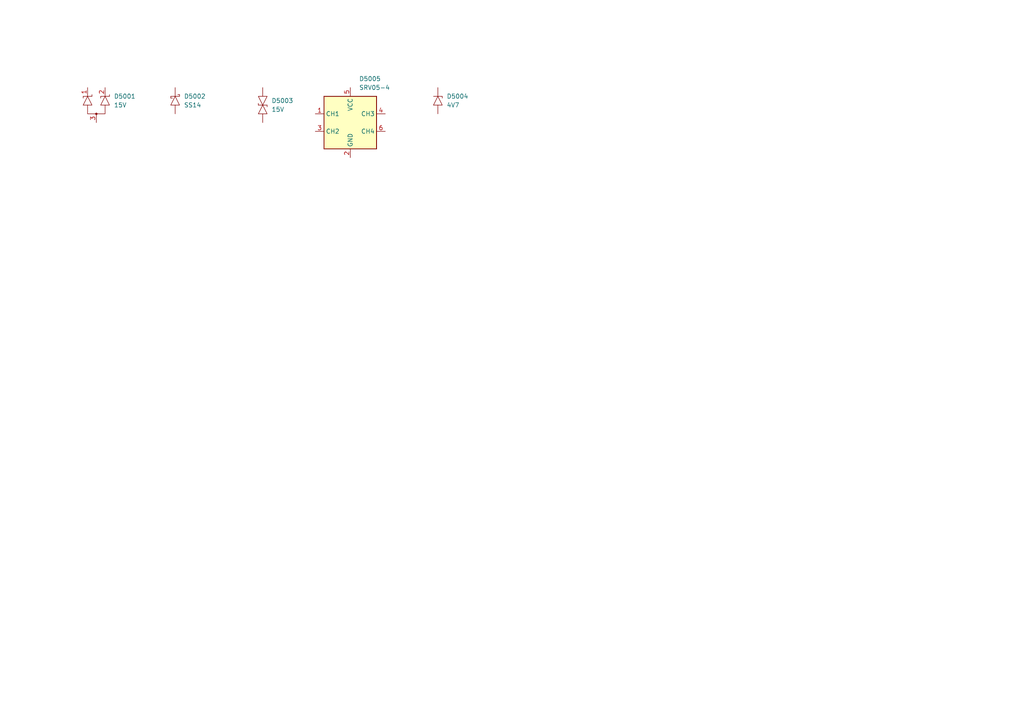
<source format=kicad_sch>
(kicad_sch
	(version 20231120)
	(generator "eeschema")
	(generator_version "8.0")
	(uuid "3806779b-ca21-405a-a154-62d06ea919f0")
	(paper "A4")
	(title_block
		(title "Lily KiCad Library test")
		(date "2024-07-03")
		(rev "1")
		(company "LilyTronics")
	)
	(lib_symbols
		(symbol "lily_symbols:dio_schottky_SS14_do214ac_sma"
			(pin_numbers hide)
			(pin_names hide)
			(exclude_from_sim no)
			(in_bom yes)
			(on_board yes)
			(property "Reference" "D"
				(at 2.54 -2.54 0)
				(effects
					(font
						(size 1.27 1.27)
					)
					(justify left)
				)
			)
			(property "Value" "SS14"
				(at 2.54 -5.08 0)
				(effects
					(font
						(size 1.27 1.27)
					)
					(justify left)
				)
			)
			(property "Footprint" "lily_footprints:dio_do214ac_sma"
				(at 0 -20.32 0)
				(effects
					(font
						(size 1.27 1.27)
					)
					(hide yes)
				)
			)
			(property "Datasheet" ""
				(at 0 -7.62 90)
				(effects
					(font
						(size 1.27 1.27)
					)
					(hide yes)
				)
			)
			(property "Description" ""
				(at 0 0 0)
				(effects
					(font
						(size 1.27 1.27)
					)
					(hide yes)
				)
			)
			(property "Revision" "1"
				(at 0 -15.24 0)
				(effects
					(font
						(size 1.27 1.27)
					)
					(hide yes)
				)
			)
			(property "Status" "Active"
				(at 0 -17.78 0)
				(effects
					(font
						(size 1.27 1.27)
					)
					(hide yes)
				)
			)
			(property "Manufacturer" "Microdiode Electronics"
				(at 0 -22.86 0)
				(effects
					(font
						(size 1.27 1.27)
					)
					(hide yes)
				)
			)
			(property "Manufacturer_ID" "SS14"
				(at 0 -25.4 0)
				(effects
					(font
						(size 1.27 1.27)
					)
					(hide yes)
				)
			)
			(property "Lily_ID" "1911-10002"
				(at 0 -27.94 0)
				(effects
					(font
						(size 1.27 1.27)
					)
					(hide yes)
				)
			)
			(property "JLCPCB_ID" "C2480"
				(at 0 -30.48 0)
				(effects
					(font
						(size 1.27 1.27)
					)
					(hide yes)
				)
			)
			(property "JLCPCB_STATUS" "Basic"
				(at 0 -33.02 0)
				(effects
					(font
						(size 1.27 1.27)
					)
					(hide yes)
				)
			)
			(symbol "dio_schottky_SS14_do214ac_sma_0_1"
				(polyline
					(pts
						(xy -1.27 -3.048) (xy -0.762 -3.048)
					)
					(stroke
						(width 0)
						(type default)
					)
					(fill
						(type none)
					)
				)
				(polyline
					(pts
						(xy -1.27 -2.54) (xy -1.27 -3.048)
					)
					(stroke
						(width 0)
						(type default)
					)
					(fill
						(type none)
					)
				)
				(polyline
					(pts
						(xy -1.27 -2.54) (xy 1.27 -2.54)
					)
					(stroke
						(width 0)
						(type default)
					)
					(fill
						(type none)
					)
				)
				(polyline
					(pts
						(xy 1.27 -2.54) (xy 1.27 -2.032)
					)
					(stroke
						(width 0)
						(type default)
					)
					(fill
						(type none)
					)
				)
				(polyline
					(pts
						(xy 1.27 -2.032) (xy 0.762 -2.032)
					)
					(stroke
						(width 0)
						(type default)
					)
					(fill
						(type none)
					)
				)
				(polyline
					(pts
						(xy -1.27 -5.08) (xy 1.27 -5.08) (xy 0 -2.54) (xy -1.27 -5.08)
					)
					(stroke
						(width 0)
						(type default)
					)
					(fill
						(type none)
					)
				)
			)
			(symbol "dio_schottky_SS14_do214ac_sma_1_1"
				(pin passive line
					(at 0 0 270)
					(length 2.54)
					(name ""
						(effects
							(font
								(size 1.27 1.27)
							)
						)
					)
					(number "1"
						(effects
							(font
								(size 1.27 1.27)
							)
						)
					)
				)
				(pin passive line
					(at 0 -7.62 90)
					(length 2.54)
					(name ""
						(effects
							(font
								(size 1.27 1.27)
							)
						)
					)
					(number "2"
						(effects
							(font
								(size 1.27 1.27)
							)
						)
					)
				)
			)
		)
		(symbol "lily_symbols:dio_tvs_bidi_15V_smb"
			(pin_numbers hide)
			(pin_names hide)
			(exclude_from_sim no)
			(in_bom yes)
			(on_board yes)
			(property "Reference" "D"
				(at 2.54 -3.81 0)
				(effects
					(font
						(size 1.27 1.27)
					)
					(justify left)
				)
			)
			(property "Value" "15V"
				(at 2.54 -6.35 0)
				(effects
					(font
						(size 1.27 1.27)
					)
					(justify left)
				)
			)
			(property "Footprint" "lily_footprints:dio_do214aa_smb"
				(at 0 -22.86 0)
				(effects
					(font
						(size 1.27 1.27)
					)
					(hide yes)
				)
			)
			(property "Datasheet" ""
				(at 0 -10.16 90)
				(effects
					(font
						(size 1.27 1.27)
					)
					(hide yes)
				)
			)
			(property "Description" ""
				(at 0 0 0)
				(effects
					(font
						(size 1.27 1.27)
					)
					(hide yes)
				)
			)
			(property "Revision" "1"
				(at 0 -17.78 0)
				(effects
					(font
						(size 1.27 1.27)
					)
					(hide yes)
				)
			)
			(property "Status" "Active"
				(at 0 -20.32 0)
				(effects
					(font
						(size 1.27 1.27)
					)
					(hide yes)
				)
			)
			(property "Manufacturer" "Hongjiacheng"
				(at 0 -25.4 0)
				(effects
					(font
						(size 1.27 1.27)
					)
					(hide yes)
				)
			)
			(property "Manufacturer_ID" "SMBJ15CA"
				(at 0 -27.94 0)
				(effects
					(font
						(size 1.27 1.27)
					)
					(hide yes)
				)
			)
			(property "Lily_ID" "1911-10004"
				(at 0 -30.48 0)
				(effects
					(font
						(size 1.27 1.27)
					)
					(hide yes)
				)
			)
			(property "JLCPCB_ID" "C19077570"
				(at 0 -33.02 0)
				(effects
					(font
						(size 1.27 1.27)
					)
					(hide yes)
				)
			)
			(property "JLCPCB_STATUS" "Extended preferred"
				(at 0 -35.56 0)
				(effects
					(font
						(size 1.27 1.27)
					)
					(hide yes)
				)
			)
			(symbol "dio_tvs_bidi_15V_smb_0_1"
				(polyline
					(pts
						(xy -1.27 -5.08) (xy 1.27 -5.08)
					)
					(stroke
						(width 0)
						(type default)
					)
					(fill
						(type none)
					)
				)
				(polyline
					(pts
						(xy -1.27 -5.08) (xy -1.27 -4.572) (xy -1.27 -5.08)
					)
					(stroke
						(width 0)
						(type default)
					)
					(fill
						(type none)
					)
				)
				(polyline
					(pts
						(xy 1.27 -5.08) (xy 1.27 -5.588) (xy 1.27 -5.08)
					)
					(stroke
						(width 0)
						(type default)
					)
					(fill
						(type none)
					)
				)
				(polyline
					(pts
						(xy -1.27 -7.62) (xy 1.27 -7.62) (xy 0 -5.08) (xy -1.27 -7.62)
					)
					(stroke
						(width 0)
						(type default)
					)
					(fill
						(type none)
					)
				)
				(polyline
					(pts
						(xy 1.27 -2.54) (xy -1.27 -2.54) (xy 0 -5.08) (xy 1.27 -2.54)
					)
					(stroke
						(width 0)
						(type default)
					)
					(fill
						(type none)
					)
				)
			)
			(symbol "dio_tvs_bidi_15V_smb_1_1"
				(pin passive line
					(at 0 0 270)
					(length 2.54)
					(name ""
						(effects
							(font
								(size 1.27 1.27)
							)
						)
					)
					(number "1"
						(effects
							(font
								(size 1.27 1.27)
							)
						)
					)
				)
				(pin passive line
					(at 0 -10.16 90)
					(length 2.54)
					(name ""
						(effects
							(font
								(size 1.27 1.27)
							)
						)
					)
					(number "2"
						(effects
							(font
								(size 1.27 1.27)
							)
						)
					)
				)
			)
		)
		(symbol "lily_symbols:dio_tvs_uni_2_channel_15V_sot23"
			(pin_names hide)
			(exclude_from_sim no)
			(in_bom yes)
			(on_board yes)
			(property "Reference" "D"
				(at 7.62 -2.54 0)
				(effects
					(font
						(size 1.27 1.27)
					)
					(justify left)
				)
			)
			(property "Value" "15V"
				(at 7.62 -5.08 0)
				(effects
					(font
						(size 1.27 1.27)
					)
					(justify left)
				)
			)
			(property "Footprint" "lily_footprints:sot23"
				(at 2.54 -22.86 0)
				(effects
					(font
						(size 1.27 1.27)
					)
					(hide yes)
				)
			)
			(property "Datasheet" ""
				(at 0 -7.62 90)
				(effects
					(font
						(size 1.27 1.27)
					)
					(hide yes)
				)
			)
			(property "Description" ""
				(at 0 0 0)
				(effects
					(font
						(size 1.27 1.27)
					)
					(hide yes)
				)
			)
			(property "Revision" "1"
				(at 2.54 -17.78 0)
				(effects
					(font
						(size 1.27 1.27)
					)
					(hide yes)
				)
			)
			(property "Status" "Active"
				(at 2.54 -20.32 0)
				(effects
					(font
						(size 1.27 1.27)
					)
					(hide yes)
				)
			)
			(property "Manufacturer" "ElecSuper"
				(at 2.54 -25.4 0)
				(effects
					(font
						(size 1.27 1.27)
					)
					(hide yes)
				)
			)
			(property "Manufacturer_ID" "PSOT12C-ES "
				(at 2.54 -27.94 0)
				(effects
					(font
						(size 1.27 1.27)
					)
					(hide yes)
				)
			)
			(property "Lily_ID" "1911-10003"
				(at 2.54 -30.48 0)
				(effects
					(font
						(size 1.27 1.27)
					)
					(hide yes)
				)
			)
			(property "JLCPCB_ID" "C5180271"
				(at 2.54 -33.02 0)
				(effects
					(font
						(size 1.27 1.27)
					)
					(hide yes)
				)
			)
			(property "JLCPCB_STATUS" "Extended"
				(at 2.54 -35.56 0)
				(effects
					(font
						(size 1.27 1.27)
					)
					(hide yes)
				)
			)
			(symbol "dio_tvs_uni_2_channel_15V_sot23_0_1"
				(polyline
					(pts
						(xy -1.27 -2.54) (xy -1.27 -3.048)
					)
					(stroke
						(width 0)
						(type default)
					)
					(fill
						(type none)
					)
				)
				(polyline
					(pts
						(xy -1.27 -2.54) (xy 1.27 -2.54)
					)
					(stroke
						(width 0)
						(type default)
					)
					(fill
						(type none)
					)
				)
				(polyline
					(pts
						(xy 1.27 -2.54) (xy 1.27 -2.032)
					)
					(stroke
						(width 0)
						(type default)
					)
					(fill
						(type none)
					)
				)
				(polyline
					(pts
						(xy 3.81 -2.54) (xy 3.81 -3.048)
					)
					(stroke
						(width 0)
						(type default)
					)
					(fill
						(type none)
					)
				)
				(polyline
					(pts
						(xy 3.81 -2.54) (xy 6.35 -2.54)
					)
					(stroke
						(width 0)
						(type default)
					)
					(fill
						(type none)
					)
				)
				(polyline
					(pts
						(xy 6.35 -2.54) (xy 6.35 -2.032)
					)
					(stroke
						(width 0)
						(type default)
					)
					(fill
						(type none)
					)
				)
				(polyline
					(pts
						(xy -1.27 -5.08) (xy 1.27 -5.08) (xy 0 -2.54) (xy -1.27 -5.08)
					)
					(stroke
						(width 0)
						(type default)
					)
					(fill
						(type none)
					)
				)
				(polyline
					(pts
						(xy 0 -5.08) (xy 0 -7.62) (xy 5.08 -7.62) (xy 5.08 -5.08)
					)
					(stroke
						(width 0)
						(type default)
					)
					(fill
						(type none)
					)
				)
				(polyline
					(pts
						(xy 3.81 -5.08) (xy 6.35 -5.08) (xy 5.08 -2.54) (xy 3.81 -5.08)
					)
					(stroke
						(width 0)
						(type default)
					)
					(fill
						(type none)
					)
				)
			)
			(symbol "dio_tvs_uni_2_channel_15V_sot23_1_1"
				(circle
					(center 2.54 -7.62)
					(radius 0.254)
					(stroke
						(width 0)
						(type default)
					)
					(fill
						(type outline)
					)
				)
				(pin passive line
					(at 0 0 270)
					(length 2.54)
					(name ""
						(effects
							(font
								(size 1.27 1.27)
							)
						)
					)
					(number "1"
						(effects
							(font
								(size 1.27 1.27)
							)
						)
					)
				)
				(pin passive line
					(at 5.08 0 270)
					(length 2.54)
					(name ""
						(effects
							(font
								(size 1.27 1.27)
							)
						)
					)
					(number "2"
						(effects
							(font
								(size 1.27 1.27)
							)
						)
					)
				)
				(pin passive line
					(at 2.54 -10.16 90)
					(length 2.54)
					(name ""
						(effects
							(font
								(size 1.27 1.27)
							)
						)
					)
					(number "3"
						(effects
							(font
								(size 1.27 1.27)
							)
						)
					)
				)
			)
		)
		(symbol "lily_symbols:dio_tvs_uni_4_channel_5V_SRV05-4_sot23-6"
			(exclude_from_sim no)
			(in_bom yes)
			(on_board yes)
			(property "Reference" "D"
				(at 12.7 10.16 0)
				(effects
					(font
						(size 1.27 1.27)
					)
					(justify left)
				)
			)
			(property "Value" "SRV05-4"
				(at 12.7 7.62 0)
				(effects
					(font
						(size 1.27 1.27)
					)
					(justify left)
				)
			)
			(property "Footprint" "lily_footprints:sot23-6_sc74"
				(at 10.16 -30.48 0)
				(effects
					(font
						(size 1.27 1.27)
					)
					(hide yes)
				)
			)
			(property "Datasheet" ""
				(at -15.24 15.24 0)
				(effects
					(font
						(size 1.27 1.27)
					)
					(hide yes)
				)
			)
			(property "Description" ""
				(at 0 0 0)
				(effects
					(font
						(size 1.27 1.27)
					)
					(hide yes)
				)
			)
			(property "Revision" "1"
				(at 10.16 -25.4 0)
				(effects
					(font
						(size 1.27 1.27)
					)
					(hide yes)
				)
			)
			(property "Status" "Active"
				(at 10.16 -27.94 0)
				(effects
					(font
						(size 1.27 1.27)
					)
					(hide yes)
				)
			)
			(property "Manufacturer" "ProTek Devices"
				(at 10.16 -33.02 0)
				(effects
					(font
						(size 1.27 1.27)
					)
					(hide yes)
				)
			)
			(property "Manufacturer_ID" "SRV05-4-P-T7"
				(at 10.16 -35.56 0)
				(effects
					(font
						(size 1.27 1.27)
					)
					(hide yes)
				)
			)
			(property "Lily_ID" "1911-10006"
				(at 10.16 -38.1 0)
				(effects
					(font
						(size 1.27 1.27)
					)
					(hide yes)
				)
			)
			(property "JLCPCB_ID" "C85364"
				(at 10.16 -40.64 0)
				(effects
					(font
						(size 1.27 1.27)
					)
					(hide yes)
				)
			)
			(property "JLCPCB_STATUS" "Extended Preferred"
				(at 10.16 -43.18 0)
				(effects
					(font
						(size 1.27 1.27)
					)
					(hide yes)
				)
			)
			(symbol "dio_tvs_uni_4_channel_5V_SRV05-4_sot23-6_0_1"
				(rectangle
					(start 2.54 5.08)
					(end 17.78 -10.16)
					(stroke
						(width 0.254)
						(type default)
					)
					(fill
						(type background)
					)
				)
			)
			(symbol "dio_tvs_uni_4_channel_5V_SRV05-4_sot23-6_1_1"
				(pin passive line
					(at 0 0 0)
					(length 2.54)
					(name "CH1"
						(effects
							(font
								(size 1.27 1.27)
							)
						)
					)
					(number "1"
						(effects
							(font
								(size 1.27 1.27)
							)
						)
					)
				)
				(pin power_in line
					(at 10.16 -12.7 90)
					(length 2.54)
					(name "GND"
						(effects
							(font
								(size 1.27 1.27)
							)
						)
					)
					(number "2"
						(effects
							(font
								(size 1.27 1.27)
							)
						)
					)
				)
				(pin passive line
					(at 0 -5.08 0)
					(length 2.54)
					(name "CH2"
						(effects
							(font
								(size 1.27 1.27)
							)
						)
					)
					(number "3"
						(effects
							(font
								(size 1.27 1.27)
							)
						)
					)
				)
				(pin passive line
					(at 20.32 0 180)
					(length 2.54)
					(name "CH3"
						(effects
							(font
								(size 1.27 1.27)
							)
						)
					)
					(number "4"
						(effects
							(font
								(size 1.27 1.27)
							)
						)
					)
				)
				(pin power_in line
					(at 10.16 7.62 270)
					(length 2.54)
					(name "VCC"
						(effects
							(font
								(size 1.27 1.27)
							)
						)
					)
					(number "5"
						(effects
							(font
								(size 1.27 1.27)
							)
						)
					)
				)
				(pin passive line
					(at 20.32 -5.08 180)
					(length 2.54)
					(name "CH4"
						(effects
							(font
								(size 1.27 1.27)
							)
						)
					)
					(number "6"
						(effects
							(font
								(size 1.27 1.27)
							)
						)
					)
				)
			)
		)
		(symbol "lily_symbols:dio_zener_4V7_200mW_SOD323"
			(pin_numbers hide)
			(pin_names hide)
			(exclude_from_sim no)
			(in_bom yes)
			(on_board yes)
			(property "Reference" "D"
				(at 2.54 -2.54 0)
				(effects
					(font
						(size 1.27 1.27)
					)
					(justify left)
				)
			)
			(property "Value" "4V7"
				(at 2.54 -5.08 0)
				(effects
					(font
						(size 1.27 1.27)
					)
					(justify left)
				)
			)
			(property "Footprint" "lily_footprints:dio_sod323"
				(at 0 -20.32 0)
				(effects
					(font
						(size 1.27 1.27)
					)
					(hide yes)
				)
			)
			(property "Datasheet" ""
				(at 0 -7.62 90)
				(effects
					(font
						(size 1.27 1.27)
					)
					(hide yes)
				)
			)
			(property "Description" ""
				(at 0 0 0)
				(effects
					(font
						(size 1.27 1.27)
					)
					(hide yes)
				)
			)
			(property "Revision" "1"
				(at 0 -15.24 0)
				(effects
					(font
						(size 1.27 1.27)
					)
					(hide yes)
				)
			)
			(property "Status" "Active"
				(at 0 -17.78 0)
				(effects
					(font
						(size 1.27 1.27)
					)
					(hide yes)
				)
			)
			(property "Manufacturer" "Guangdong Hottech"
				(at 0 -22.86 0)
				(effects
					(font
						(size 1.27 1.27)
					)
					(hide yes)
				)
			)
			(property "Manufacturer_ID" "BZT52C4V7S"
				(at 0 -25.4 0)
				(effects
					(font
						(size 1.27 1.27)
					)
					(hide yes)
				)
			)
			(property "Lily_ID" "1911-10005"
				(at 0.635 -27.94 0)
				(effects
					(font
						(size 1.27 1.27)
					)
					(hide yes)
				)
			)
			(property "JLCPCB_ID" "C5190168"
				(at 0 -30.48 0)
				(effects
					(font
						(size 1.27 1.27)
					)
					(hide yes)
				)
			)
			(property "JLCPCB_STATUS" "Extended"
				(at 0 -33.02 0)
				(effects
					(font
						(size 1.27 1.27)
					)
					(hide yes)
				)
			)
			(symbol "dio_zener_4V7_200mW_SOD323_0_1"
				(polyline
					(pts
						(xy -1.27 -2.54) (xy 1.27 -2.54)
					)
					(stroke
						(width 0)
						(type default)
					)
					(fill
						(type none)
					)
				)
				(polyline
					(pts
						(xy 1.27 -2.54) (xy 1.27 -3.048) (xy 1.27 -2.54)
					)
					(stroke
						(width 0)
						(type default)
					)
					(fill
						(type none)
					)
				)
				(polyline
					(pts
						(xy -1.27 -5.08) (xy 1.27 -5.08) (xy 0 -2.54) (xy -1.27 -5.08)
					)
					(stroke
						(width 0)
						(type default)
					)
					(fill
						(type none)
					)
				)
			)
			(symbol "dio_zener_4V7_200mW_SOD323_1_1"
				(pin passive line
					(at 0 0 270)
					(length 2.54)
					(name ""
						(effects
							(font
								(size 1.27 1.27)
							)
						)
					)
					(number "1"
						(effects
							(font
								(size 1.27 1.27)
							)
						)
					)
				)
				(pin passive line
					(at 0 -7.62 90)
					(length 2.54)
					(name ""
						(effects
							(font
								(size 1.27 1.27)
							)
						)
					)
					(number "2"
						(effects
							(font
								(size 1.27 1.27)
							)
						)
					)
				)
			)
		)
	)
	(symbol
		(lib_id "lily_symbols:dio_tvs_uni_4_channel_5V_SRV05-4_sot23-6")
		(at 91.44 33.02 0)
		(unit 1)
		(exclude_from_sim no)
		(in_bom yes)
		(on_board yes)
		(dnp no)
		(uuid "1a996b90-be19-45a3-a095-ead1a4c490e9")
		(property "Reference" "D5005"
			(at 104.14 22.86 0)
			(effects
				(font
					(size 1.27 1.27)
				)
				(justify left)
			)
		)
		(property "Value" "SRV05-4"
			(at 104.14 25.4 0)
			(effects
				(font
					(size 1.27 1.27)
				)
				(justify left)
			)
		)
		(property "Footprint" "lily_footprints:sot23-6_sc74"
			(at 101.6 63.5 0)
			(effects
				(font
					(size 1.27 1.27)
				)
				(hide yes)
			)
		)
		(property "Datasheet" ""
			(at 76.2 17.78 0)
			(effects
				(font
					(size 1.27 1.27)
				)
				(hide yes)
			)
		)
		(property "Description" ""
			(at 91.44 33.02 0)
			(effects
				(font
					(size 1.27 1.27)
				)
				(hide yes)
			)
		)
		(property "Revision" "1"
			(at 101.6 58.42 0)
			(effects
				(font
					(size 1.27 1.27)
				)
				(hide yes)
			)
		)
		(property "Status" "Active"
			(at 101.6 60.96 0)
			(effects
				(font
					(size 1.27 1.27)
				)
				(hide yes)
			)
		)
		(property "Manufacturer" "ProTek Devices"
			(at 101.6 66.04 0)
			(effects
				(font
					(size 1.27 1.27)
				)
				(hide yes)
			)
		)
		(property "Manufacturer_ID" "SRV05-4-P-T7"
			(at 101.6 68.58 0)
			(effects
				(font
					(size 1.27 1.27)
				)
				(hide yes)
			)
		)
		(property "Lily_ID" "1911-10006"
			(at 101.6 71.12 0)
			(effects
				(font
					(size 1.27 1.27)
				)
				(hide yes)
			)
		)
		(property "JLCPCB_ID" "C85364"
			(at 101.6 73.66 0)
			(effects
				(font
					(size 1.27 1.27)
				)
				(hide yes)
			)
		)
		(property "JLCPCB_STATUS" "Extended Preferred"
			(at 101.6 76.2 0)
			(effects
				(font
					(size 1.27 1.27)
				)
				(hide yes)
			)
		)
		(pin "4"
			(uuid "8069d2e0-1848-46d1-a909-f5cfdc710d1c")
		)
		(pin "1"
			(uuid "d2270a3b-9ff5-4d8f-bfa5-bbfd9623645e")
		)
		(pin "5"
			(uuid "13c451ee-c881-4269-8bfb-d32d62a786a1")
		)
		(pin "6"
			(uuid "eb3702ac-5f31-46e3-9f6d-4042e405d46a")
		)
		(pin "2"
			(uuid "8ace927e-da5a-4664-aa54-d80588ea4a0d")
		)
		(pin "3"
			(uuid "a6692902-5e23-4ab5-a8cb-f6bb66a01110")
		)
		(instances
			(project "kicad_lib_test"
				(path "/032b8f2d-5c08-4381-9e3a-c197ca84e3c5/f8e61c5d-b401-4177-96aa-be2ecb8375a7"
					(reference "D5005")
					(unit 1)
				)
			)
		)
	)
	(symbol
		(lib_id "lily_symbols:dio_zener_4V7_200mW_SOD323")
		(at 127 25.4 0)
		(unit 1)
		(exclude_from_sim no)
		(in_bom yes)
		(on_board yes)
		(dnp no)
		(uuid "692a9f8b-a194-4e83-bee8-2feab6d9cd91")
		(property "Reference" "D5004"
			(at 129.54 27.94 0)
			(effects
				(font
					(size 1.27 1.27)
				)
				(justify left)
			)
		)
		(property "Value" "4V7"
			(at 129.54 30.48 0)
			(effects
				(font
					(size 1.27 1.27)
				)
				(justify left)
			)
		)
		(property "Footprint" "lily_footprints:dio_sod323"
			(at 127 45.72 0)
			(effects
				(font
					(size 1.27 1.27)
				)
				(hide yes)
			)
		)
		(property "Datasheet" ""
			(at 127 33.02 90)
			(effects
				(font
					(size 1.27 1.27)
				)
				(hide yes)
			)
		)
		(property "Description" ""
			(at 127 25.4 0)
			(effects
				(font
					(size 1.27 1.27)
				)
				(hide yes)
			)
		)
		(property "Revision" "1"
			(at 127 40.64 0)
			(effects
				(font
					(size 1.27 1.27)
				)
				(hide yes)
			)
		)
		(property "Status" "Active"
			(at 127 43.18 0)
			(effects
				(font
					(size 1.27 1.27)
				)
				(hide yes)
			)
		)
		(property "Manufacturer" "Guangdong Hottech"
			(at 127 48.26 0)
			(effects
				(font
					(size 1.27 1.27)
				)
				(hide yes)
			)
		)
		(property "Manufacturer_ID" "BZT52C4V7S"
			(at 127 50.8 0)
			(effects
				(font
					(size 1.27 1.27)
				)
				(hide yes)
			)
		)
		(property "Lily_ID" "1911-10005"
			(at 127.635 53.34 0)
			(effects
				(font
					(size 1.27 1.27)
				)
				(hide yes)
			)
		)
		(property "JLCPCB_ID" "C5190168"
			(at 127 55.88 0)
			(effects
				(font
					(size 1.27 1.27)
				)
				(hide yes)
			)
		)
		(property "JLCPCB_STATUS" "Extended"
			(at 127 58.42 0)
			(effects
				(font
					(size 1.27 1.27)
				)
				(hide yes)
			)
		)
		(pin "1"
			(uuid "8064b537-2e8e-4e01-97b5-09a7e8fc2304")
		)
		(pin "2"
			(uuid "51d89018-d4d4-437e-9e8e-487a4fc9dcde")
		)
		(instances
			(project "kicad_lib_test"
				(path "/032b8f2d-5c08-4381-9e3a-c197ca84e3c5/f8e61c5d-b401-4177-96aa-be2ecb8375a7"
					(reference "D5004")
					(unit 1)
				)
			)
		)
	)
	(symbol
		(lib_id "lily_symbols:dio_schottky_SS14_do214ac_sma")
		(at 50.8 25.4 0)
		(unit 1)
		(exclude_from_sim no)
		(in_bom yes)
		(on_board yes)
		(dnp no)
		(uuid "9b8fc85a-44e5-4323-a716-0dffb0780730")
		(property "Reference" "D5002"
			(at 53.34 27.94 0)
			(effects
				(font
					(size 1.27 1.27)
				)
				(justify left)
			)
		)
		(property "Value" "SS14"
			(at 53.34 30.48 0)
			(effects
				(font
					(size 1.27 1.27)
				)
				(justify left)
			)
		)
		(property "Footprint" "lily_footprints:dio_do214ac_sma"
			(at 50.8 45.72 0)
			(effects
				(font
					(size 1.27 1.27)
				)
				(hide yes)
			)
		)
		(property "Datasheet" ""
			(at 50.8 33.02 90)
			(effects
				(font
					(size 1.27 1.27)
				)
				(hide yes)
			)
		)
		(property "Description" ""
			(at 50.8 25.4 0)
			(effects
				(font
					(size 1.27 1.27)
				)
				(hide yes)
			)
		)
		(property "Revision" "1"
			(at 50.8 40.64 0)
			(effects
				(font
					(size 1.27 1.27)
				)
				(hide yes)
			)
		)
		(property "Status" "Active"
			(at 50.8 43.18 0)
			(effects
				(font
					(size 1.27 1.27)
				)
				(hide yes)
			)
		)
		(property "Manufacturer" "Microdiode Electronics"
			(at 50.8 48.26 0)
			(effects
				(font
					(size 1.27 1.27)
				)
				(hide yes)
			)
		)
		(property "Manufacturer_ID" "SS14"
			(at 50.8 50.8 0)
			(effects
				(font
					(size 1.27 1.27)
				)
				(hide yes)
			)
		)
		(property "Lily_ID" "1911-10002"
			(at 50.8 53.34 0)
			(effects
				(font
					(size 1.27 1.27)
				)
				(hide yes)
			)
		)
		(property "JLCPCB_ID" "C2480"
			(at 50.8 55.88 0)
			(effects
				(font
					(size 1.27 1.27)
				)
				(hide yes)
			)
		)
		(property "JLCPCB_STATUS" "Basic"
			(at 50.8 58.42 0)
			(effects
				(font
					(size 1.27 1.27)
				)
				(hide yes)
			)
		)
		(pin "2"
			(uuid "e1b50102-6a41-4fb0-89ef-2d1bfe5aaf0c")
		)
		(pin "1"
			(uuid "83d714ca-4fb0-4afc-a3ca-2ad271b762ca")
		)
		(instances
			(project "kicad_lib_test"
				(path "/032b8f2d-5c08-4381-9e3a-c197ca84e3c5/f8e61c5d-b401-4177-96aa-be2ecb8375a7"
					(reference "D5002")
					(unit 1)
				)
			)
		)
	)
	(symbol
		(lib_id "lily_symbols:dio_tvs_uni_2_channel_15V_sot23")
		(at 25.4 25.4 0)
		(unit 1)
		(exclude_from_sim no)
		(in_bom yes)
		(on_board yes)
		(dnp no)
		(uuid "a4e2f523-26a9-4d2c-a21e-2835609ff522")
		(property "Reference" "D5001"
			(at 33.02 27.94 0)
			(effects
				(font
					(size 1.27 1.27)
				)
				(justify left)
			)
		)
		(property "Value" "15V"
			(at 33.02 30.48 0)
			(effects
				(font
					(size 1.27 1.27)
				)
				(justify left)
			)
		)
		(property "Footprint" "lily_footprints:sot23"
			(at 27.94 48.26 0)
			(effects
				(font
					(size 1.27 1.27)
				)
				(hide yes)
			)
		)
		(property "Datasheet" ""
			(at 25.4 33.02 90)
			(effects
				(font
					(size 1.27 1.27)
				)
				(hide yes)
			)
		)
		(property "Description" ""
			(at 25.4 25.4 0)
			(effects
				(font
					(size 1.27 1.27)
				)
				(hide yes)
			)
		)
		(property "Revision" "1"
			(at 27.94 43.18 0)
			(effects
				(font
					(size 1.27 1.27)
				)
				(hide yes)
			)
		)
		(property "Status" "Active"
			(at 27.94 45.72 0)
			(effects
				(font
					(size 1.27 1.27)
				)
				(hide yes)
			)
		)
		(property "Manufacturer" "ElecSuper"
			(at 27.94 50.8 0)
			(effects
				(font
					(size 1.27 1.27)
				)
				(hide yes)
			)
		)
		(property "Manufacturer_ID" "PSOT12C-ES "
			(at 27.94 53.34 0)
			(effects
				(font
					(size 1.27 1.27)
				)
				(hide yes)
			)
		)
		(property "Lily_ID" "1911-10003"
			(at 27.94 55.88 0)
			(effects
				(font
					(size 1.27 1.27)
				)
				(hide yes)
			)
		)
		(property "JLCPCB_ID" "C5180271"
			(at 27.94 58.42 0)
			(effects
				(font
					(size 1.27 1.27)
				)
				(hide yes)
			)
		)
		(property "JLCPCB_STATUS" "Extended"
			(at 27.94 60.96 0)
			(effects
				(font
					(size 1.27 1.27)
				)
				(hide yes)
			)
		)
		(pin "3"
			(uuid "ba51426b-990d-438a-b7bb-ed9815e37181")
		)
		(pin "2"
			(uuid "2119f21a-5981-44f0-ad9d-4c1e2a4b22fc")
		)
		(pin "1"
			(uuid "a1de27ab-5e7a-4cb1-a82f-bda772a4ee73")
		)
		(instances
			(project "kicad_lib_test"
				(path "/032b8f2d-5c08-4381-9e3a-c197ca84e3c5/f8e61c5d-b401-4177-96aa-be2ecb8375a7"
					(reference "D5001")
					(unit 1)
				)
			)
		)
	)
	(symbol
		(lib_id "lily_symbols:dio_tvs_bidi_15V_smb")
		(at 76.2 25.4 0)
		(unit 1)
		(exclude_from_sim no)
		(in_bom yes)
		(on_board yes)
		(dnp no)
		(uuid "be69e5af-1510-4ff3-9910-36e426c5bbcb")
		(property "Reference" "D5003"
			(at 78.74 29.21 0)
			(effects
				(font
					(size 1.27 1.27)
				)
				(justify left)
			)
		)
		(property "Value" "15V"
			(at 78.74 31.75 0)
			(effects
				(font
					(size 1.27 1.27)
				)
				(justify left)
			)
		)
		(property "Footprint" "lily_footprints:dio_do214aa_smb"
			(at 76.2 48.26 0)
			(effects
				(font
					(size 1.27 1.27)
				)
				(hide yes)
			)
		)
		(property "Datasheet" ""
			(at 76.2 35.56 90)
			(effects
				(font
					(size 1.27 1.27)
				)
				(hide yes)
			)
		)
		(property "Description" ""
			(at 76.2 25.4 0)
			(effects
				(font
					(size 1.27 1.27)
				)
				(hide yes)
			)
		)
		(property "Revision" "1"
			(at 76.2 43.18 0)
			(effects
				(font
					(size 1.27 1.27)
				)
				(hide yes)
			)
		)
		(property "Status" "Active"
			(at 76.2 45.72 0)
			(effects
				(font
					(size 1.27 1.27)
				)
				(hide yes)
			)
		)
		(property "Manufacturer" "Hongjiacheng"
			(at 76.2 50.8 0)
			(effects
				(font
					(size 1.27 1.27)
				)
				(hide yes)
			)
		)
		(property "Manufacturer_ID" "SMBJ15CA"
			(at 76.2 53.34 0)
			(effects
				(font
					(size 1.27 1.27)
				)
				(hide yes)
			)
		)
		(property "Lily_ID" "1911-10004"
			(at 76.2 55.88 0)
			(effects
				(font
					(size 1.27 1.27)
				)
				(hide yes)
			)
		)
		(property "JLCPCB_ID" "C19077570"
			(at 76.2 58.42 0)
			(effects
				(font
					(size 1.27 1.27)
				)
				(hide yes)
			)
		)
		(property "JLCPCB_STATUS" "Extended preferred"
			(at 76.2 60.96 0)
			(effects
				(font
					(size 1.27 1.27)
				)
				(hide yes)
			)
		)
		(pin "1"
			(uuid "9a767daa-a016-4a3f-9cbf-759dec6e6744")
		)
		(pin "2"
			(uuid "ba72be3a-f2fc-4117-a043-eca5e0b8a788")
		)
		(instances
			(project "kicad_lib_test"
				(path "/032b8f2d-5c08-4381-9e3a-c197ca84e3c5/f8e61c5d-b401-4177-96aa-be2ecb8375a7"
					(reference "D5003")
					(unit 1)
				)
			)
		)
	)
)
</source>
